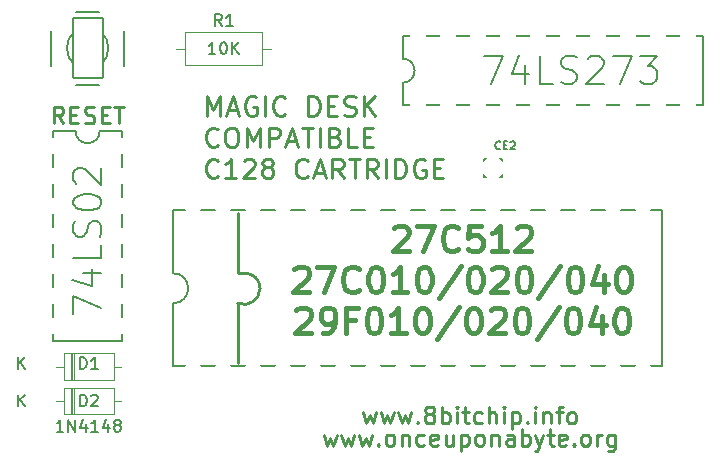
<source format=gto>
G04 #@! TF.GenerationSoftware,KiCad,Pcbnew,(6.0.5)*
G04 #@! TF.CreationDate,2022-12-14T22:57:53+01:00*
G04 #@! TF.ProjectId,MDCC_512k,4d444343-5f35-4313-926b-2e6b69636164,C*
G04 #@! TF.SameCoordinates,Original*
G04 #@! TF.FileFunction,Legend,Top*
G04 #@! TF.FilePolarity,Positive*
%FSLAX46Y46*%
G04 Gerber Fmt 4.6, Leading zero omitted, Abs format (unit mm)*
G04 Created by KiCad (PCBNEW (6.0.5)) date 2022-12-14 22:57:53*
%MOMM*%
%LPD*%
G01*
G04 APERTURE LIST*
G04 Aperture macros list*
%AMRoundRect*
0 Rectangle with rounded corners*
0 $1 Rounding radius*
0 $2 $3 $4 $5 $6 $7 $8 $9 X,Y pos of 4 corners*
0 Add a 4 corners polygon primitive as box body*
4,1,4,$2,$3,$4,$5,$6,$7,$8,$9,$2,$3,0*
0 Add four circle primitives for the rounded corners*
1,1,$1+$1,$2,$3*
1,1,$1+$1,$4,$5*
1,1,$1+$1,$6,$7*
1,1,$1+$1,$8,$9*
0 Add four rect primitives between the rounded corners*
20,1,$1+$1,$2,$3,$4,$5,0*
20,1,$1+$1,$4,$5,$6,$7,0*
20,1,$1+$1,$6,$7,$8,$9,0*
20,1,$1+$1,$8,$9,$2,$3,0*%
%AMFreePoly0*
4,1,17,0.435971,0.836021,0.836021,0.435971,0.850900,0.400050,0.850900,-0.400050,0.836021,-0.435971,0.435971,-0.836021,0.400050,-0.850900,-0.400050,-0.850900,-0.435971,-0.836021,-0.836021,-0.435971,-0.850900,-0.400050,-0.850900,0.400050,-0.836021,0.435971,-0.435971,0.836021,-0.400050,0.850900,0.400050,0.850900,0.435971,0.836021,0.435971,0.836021,$1*%
%AMFreePoly1*
4,1,17,0.416921,0.797921,0.797921,0.416921,0.812800,0.381000,0.812800,-0.381000,0.797921,-0.416921,0.416921,-0.797921,0.381000,-0.812800,-0.381000,-0.812800,-0.416921,-0.797921,-0.797921,-0.416921,-0.812800,-0.381000,-0.812800,0.381000,-0.797921,0.416921,-0.416921,0.797921,-0.381000,0.812800,0.381000,0.812800,0.416921,0.797921,0.416921,0.797921,$1*%
G04 Aperture macros list end*
%ADD10C,0.254000*%
%ADD11C,0.251460*%
%ADD12C,0.289560*%
%ADD13C,0.381000*%
%ADD14C,0.150000*%
%ADD15C,0.171450*%
%ADD16C,0.137160*%
%ADD17C,0.175260*%
%ADD18C,0.152400*%
%ADD19C,0.120000*%
%ADD20C,0.203200*%
%ADD21O,1.422400X2.743200*%
%ADD22C,5.000000*%
%ADD23RoundRect,0.431800X-0.381000X-2.794000X0.381000X-2.794000X0.381000X2.794000X-0.381000X2.794000X0*%
%ADD24R,1.600000X1.600000*%
%ADD25O,1.600000X1.600000*%
%ADD26RoundRect,0.050800X-1.270000X-2.540000X1.270000X-2.540000X1.270000X2.540000X-1.270000X2.540000X0*%
%ADD27O,2.743200X1.422400*%
%ADD28C,1.600000*%
%ADD29FreePoly0,0.000000*%
%ADD30FreePoly1,270.000000*%
G04 APERTURE END LIST*
D10*
X139611118Y-106643558D02*
G75*
G03*
X141516100Y-105373600I529182J1269958D01*
G01*
X141516100Y-105373600D02*
G75*
G03*
X140246100Y-104103600I-1270000J0D01*
G01*
X139611100Y-99023600D02*
X139611100Y-104103600D01*
X139611100Y-104103600D02*
X140246100Y-104103600D01*
X139611100Y-111723600D02*
X139611100Y-106643600D01*
D11*
X124841544Y-91413215D02*
X124366564Y-90734672D01*
X124027292Y-91413215D02*
X124027292Y-89988275D01*
X124570127Y-89988275D01*
X124705835Y-90056130D01*
X124773690Y-90123984D01*
X124841544Y-90259692D01*
X124841544Y-90463255D01*
X124773690Y-90598964D01*
X124705835Y-90666818D01*
X124570127Y-90734672D01*
X124027292Y-90734672D01*
X125452232Y-90666818D02*
X125927212Y-90666818D01*
X126130775Y-91413215D02*
X125452232Y-91413215D01*
X125452232Y-89988275D01*
X126130775Y-89988275D01*
X126673610Y-91345361D02*
X126877172Y-91413215D01*
X127216444Y-91413215D01*
X127352152Y-91345361D01*
X127420007Y-91277507D01*
X127487861Y-91141798D01*
X127487861Y-91006090D01*
X127420007Y-90870381D01*
X127352152Y-90802527D01*
X127216444Y-90734672D01*
X126945027Y-90666818D01*
X126809318Y-90598964D01*
X126741464Y-90531110D01*
X126673610Y-90395401D01*
X126673610Y-90259692D01*
X126741464Y-90123984D01*
X126809318Y-90056130D01*
X126945027Y-89988275D01*
X127284298Y-89988275D01*
X127487861Y-90056130D01*
X128098550Y-90666818D02*
X128573530Y-90666818D01*
X128777092Y-91413215D02*
X128098550Y-91413215D01*
X128098550Y-89988275D01*
X128777092Y-89988275D01*
X129184218Y-89988275D02*
X129998470Y-89988275D01*
X129591344Y-91413215D02*
X129591344Y-89988275D01*
D12*
X137014990Y-90774132D02*
X137014990Y-89133292D01*
X137561936Y-90305321D01*
X138108883Y-89133292D01*
X138108883Y-90774132D01*
X138812100Y-90305321D02*
X139593453Y-90305321D01*
X138655830Y-90774132D02*
X139202776Y-89133292D01*
X139749723Y-90774132D01*
X141156157Y-89211428D02*
X140999887Y-89133292D01*
X140765481Y-89133292D01*
X140531075Y-89211428D01*
X140374805Y-89367698D01*
X140296670Y-89523968D01*
X140218534Y-89836509D01*
X140218534Y-90070915D01*
X140296670Y-90383456D01*
X140374805Y-90539727D01*
X140531075Y-90695997D01*
X140765481Y-90774132D01*
X140921752Y-90774132D01*
X141156157Y-90695997D01*
X141234293Y-90617862D01*
X141234293Y-90070915D01*
X140921752Y-90070915D01*
X141937510Y-90774132D02*
X141937510Y-89133292D01*
X143656485Y-90617862D02*
X143578350Y-90695997D01*
X143343944Y-90774132D01*
X143187674Y-90774132D01*
X142953268Y-90695997D01*
X142796997Y-90539727D01*
X142718862Y-90383456D01*
X142640727Y-90070915D01*
X142640727Y-89836509D01*
X142718862Y-89523968D01*
X142796997Y-89367698D01*
X142953268Y-89211428D01*
X143187674Y-89133292D01*
X143343944Y-89133292D01*
X143578350Y-89211428D01*
X143656485Y-89289563D01*
X145609866Y-90774132D02*
X145609866Y-89133292D01*
X146000542Y-89133292D01*
X146234948Y-89211428D01*
X146391218Y-89367698D01*
X146469354Y-89523968D01*
X146547489Y-89836509D01*
X146547489Y-90070915D01*
X146469354Y-90383456D01*
X146391218Y-90539727D01*
X146234948Y-90695997D01*
X146000542Y-90774132D01*
X145609866Y-90774132D01*
X147250706Y-89914645D02*
X147797653Y-89914645D01*
X148032058Y-90774132D02*
X147250706Y-90774132D01*
X147250706Y-89133292D01*
X148032058Y-89133292D01*
X148657140Y-90695997D02*
X148891546Y-90774132D01*
X149282222Y-90774132D01*
X149438493Y-90695997D01*
X149516628Y-90617862D01*
X149594763Y-90461591D01*
X149594763Y-90305321D01*
X149516628Y-90149050D01*
X149438493Y-90070915D01*
X149282222Y-89992780D01*
X148969681Y-89914645D01*
X148813411Y-89836509D01*
X148735275Y-89758374D01*
X148657140Y-89602104D01*
X148657140Y-89445833D01*
X148735275Y-89289563D01*
X148813411Y-89211428D01*
X148969681Y-89133292D01*
X149360357Y-89133292D01*
X149594763Y-89211428D01*
X150297980Y-90774132D02*
X150297980Y-89133292D01*
X151235603Y-90774132D02*
X150532386Y-89836509D01*
X151235603Y-89133292D02*
X150297980Y-90070915D01*
X137952613Y-93259614D02*
X137874477Y-93337749D01*
X137640072Y-93415884D01*
X137483801Y-93415884D01*
X137249395Y-93337749D01*
X137093125Y-93181479D01*
X137014990Y-93025208D01*
X136936854Y-92712667D01*
X136936854Y-92478261D01*
X137014990Y-92165720D01*
X137093125Y-92009450D01*
X137249395Y-91853180D01*
X137483801Y-91775044D01*
X137640072Y-91775044D01*
X137874477Y-91853180D01*
X137952613Y-91931315D01*
X138968371Y-91775044D02*
X139280912Y-91775044D01*
X139437182Y-91853180D01*
X139593453Y-92009450D01*
X139671588Y-92321991D01*
X139671588Y-92868938D01*
X139593453Y-93181479D01*
X139437182Y-93337749D01*
X139280912Y-93415884D01*
X138968371Y-93415884D01*
X138812100Y-93337749D01*
X138655830Y-93181479D01*
X138577694Y-92868938D01*
X138577694Y-92321991D01*
X138655830Y-92009450D01*
X138812100Y-91853180D01*
X138968371Y-91775044D01*
X140374805Y-93415884D02*
X140374805Y-91775044D01*
X140921752Y-92947073D01*
X141468698Y-91775044D01*
X141468698Y-93415884D01*
X142250051Y-93415884D02*
X142250051Y-91775044D01*
X142875133Y-91775044D01*
X143031403Y-91853180D01*
X143109538Y-91931315D01*
X143187674Y-92087585D01*
X143187674Y-92321991D01*
X143109538Y-92478261D01*
X143031403Y-92556397D01*
X142875133Y-92634532D01*
X142250051Y-92634532D01*
X143812755Y-92947073D02*
X144594108Y-92947073D01*
X143656485Y-93415884D02*
X144203432Y-91775044D01*
X144750378Y-93415884D01*
X145062919Y-91775044D02*
X146000542Y-91775044D01*
X145531731Y-93415884D02*
X145531731Y-91775044D01*
X146547489Y-93415884D02*
X146547489Y-91775044D01*
X147875788Y-92556397D02*
X148110194Y-92634532D01*
X148188329Y-92712667D01*
X148266464Y-92868938D01*
X148266464Y-93103343D01*
X148188329Y-93259614D01*
X148110194Y-93337749D01*
X147953923Y-93415884D01*
X147328841Y-93415884D01*
X147328841Y-91775044D01*
X147875788Y-91775044D01*
X148032058Y-91853180D01*
X148110194Y-91931315D01*
X148188329Y-92087585D01*
X148188329Y-92243856D01*
X148110194Y-92400126D01*
X148032058Y-92478261D01*
X147875788Y-92556397D01*
X147328841Y-92556397D01*
X149751034Y-93415884D02*
X148969681Y-93415884D01*
X148969681Y-91775044D01*
X150297980Y-92556397D02*
X150844927Y-92556397D01*
X151079333Y-93415884D02*
X150297980Y-93415884D01*
X150297980Y-91775044D01*
X151079333Y-91775044D01*
X137952613Y-95901366D02*
X137874477Y-95979501D01*
X137640072Y-96057636D01*
X137483801Y-96057636D01*
X137249395Y-95979501D01*
X137093125Y-95823231D01*
X137014990Y-95666960D01*
X136936854Y-95354419D01*
X136936854Y-95120013D01*
X137014990Y-94807472D01*
X137093125Y-94651202D01*
X137249395Y-94494932D01*
X137483801Y-94416796D01*
X137640072Y-94416796D01*
X137874477Y-94494932D01*
X137952613Y-94573067D01*
X139515317Y-96057636D02*
X138577694Y-96057636D01*
X139046506Y-96057636D02*
X139046506Y-94416796D01*
X138890235Y-94651202D01*
X138733965Y-94807472D01*
X138577694Y-94885608D01*
X140140399Y-94573067D02*
X140218534Y-94494932D01*
X140374805Y-94416796D01*
X140765481Y-94416796D01*
X140921752Y-94494932D01*
X140999887Y-94573067D01*
X141078022Y-94729337D01*
X141078022Y-94885608D01*
X140999887Y-95120013D01*
X140062264Y-96057636D01*
X141078022Y-96057636D01*
X142015645Y-95120013D02*
X141859374Y-95041878D01*
X141781239Y-94963743D01*
X141703104Y-94807472D01*
X141703104Y-94729337D01*
X141781239Y-94573067D01*
X141859374Y-94494932D01*
X142015645Y-94416796D01*
X142328186Y-94416796D01*
X142484456Y-94494932D01*
X142562592Y-94573067D01*
X142640727Y-94729337D01*
X142640727Y-94807472D01*
X142562592Y-94963743D01*
X142484456Y-95041878D01*
X142328186Y-95120013D01*
X142015645Y-95120013D01*
X141859374Y-95198149D01*
X141781239Y-95276284D01*
X141703104Y-95432554D01*
X141703104Y-95745095D01*
X141781239Y-95901366D01*
X141859374Y-95979501D01*
X142015645Y-96057636D01*
X142328186Y-96057636D01*
X142484456Y-95979501D01*
X142562592Y-95901366D01*
X142640727Y-95745095D01*
X142640727Y-95432554D01*
X142562592Y-95276284D01*
X142484456Y-95198149D01*
X142328186Y-95120013D01*
X145531731Y-95901366D02*
X145453595Y-95979501D01*
X145219190Y-96057636D01*
X145062919Y-96057636D01*
X144828514Y-95979501D01*
X144672243Y-95823231D01*
X144594108Y-95666960D01*
X144515973Y-95354419D01*
X144515973Y-95120013D01*
X144594108Y-94807472D01*
X144672243Y-94651202D01*
X144828514Y-94494932D01*
X145062919Y-94416796D01*
X145219190Y-94416796D01*
X145453595Y-94494932D01*
X145531731Y-94573067D01*
X146156813Y-95588825D02*
X146938165Y-95588825D01*
X146000542Y-96057636D02*
X146547489Y-94416796D01*
X147094435Y-96057636D01*
X148579005Y-96057636D02*
X148032058Y-95276284D01*
X147641382Y-96057636D02*
X147641382Y-94416796D01*
X148266464Y-94416796D01*
X148422734Y-94494932D01*
X148500870Y-94573067D01*
X148579005Y-94729337D01*
X148579005Y-94963743D01*
X148500870Y-95120013D01*
X148422734Y-95198149D01*
X148266464Y-95276284D01*
X147641382Y-95276284D01*
X149047816Y-94416796D02*
X149985439Y-94416796D01*
X149516628Y-96057636D02*
X149516628Y-94416796D01*
X151470009Y-96057636D02*
X150923062Y-95276284D01*
X150532386Y-96057636D02*
X150532386Y-94416796D01*
X151157468Y-94416796D01*
X151313738Y-94494932D01*
X151391874Y-94573067D01*
X151470009Y-94729337D01*
X151470009Y-94963743D01*
X151391874Y-95120013D01*
X151313738Y-95198149D01*
X151157468Y-95276284D01*
X150532386Y-95276284D01*
X152173226Y-96057636D02*
X152173226Y-94416796D01*
X152954578Y-96057636D02*
X152954578Y-94416796D01*
X153345254Y-94416796D01*
X153579660Y-94494932D01*
X153735931Y-94651202D01*
X153814066Y-94807472D01*
X153892201Y-95120013D01*
X153892201Y-95354419D01*
X153814066Y-95666960D01*
X153735931Y-95823231D01*
X153579660Y-95979501D01*
X153345254Y-96057636D01*
X152954578Y-96057636D01*
X155454906Y-94494932D02*
X155298635Y-94416796D01*
X155064230Y-94416796D01*
X154829824Y-94494932D01*
X154673554Y-94651202D01*
X154595418Y-94807472D01*
X154517283Y-95120013D01*
X154517283Y-95354419D01*
X154595418Y-95666960D01*
X154673554Y-95823231D01*
X154829824Y-95979501D01*
X155064230Y-96057636D01*
X155220500Y-96057636D01*
X155454906Y-95979501D01*
X155533041Y-95901366D01*
X155533041Y-95354419D01*
X155220500Y-95354419D01*
X156236258Y-95198149D02*
X156783205Y-95198149D01*
X157017611Y-96057636D02*
X156236258Y-96057636D01*
X156236258Y-94416796D01*
X157017611Y-94416796D01*
D13*
X152852361Y-100285919D02*
X152955171Y-100183110D01*
X153160790Y-100080300D01*
X153674838Y-100080300D01*
X153880457Y-100183110D01*
X153983266Y-100285919D01*
X154086076Y-100491538D01*
X154086076Y-100697157D01*
X153983266Y-101005586D01*
X152749552Y-102239300D01*
X154086076Y-102239300D01*
X154805742Y-100080300D02*
X156245076Y-100080300D01*
X155319790Y-102239300D01*
X158301266Y-102033681D02*
X158198457Y-102136490D01*
X157890028Y-102239300D01*
X157684409Y-102239300D01*
X157375980Y-102136490D01*
X157170361Y-101930871D01*
X157067552Y-101725252D01*
X156964742Y-101314014D01*
X156964742Y-101005586D01*
X157067552Y-100594348D01*
X157170361Y-100388729D01*
X157375980Y-100183110D01*
X157684409Y-100080300D01*
X157890028Y-100080300D01*
X158198457Y-100183110D01*
X158301266Y-100285919D01*
X160254647Y-100080300D02*
X159226552Y-100080300D01*
X159123742Y-101108395D01*
X159226552Y-101005586D01*
X159432171Y-100902776D01*
X159946219Y-100902776D01*
X160151838Y-101005586D01*
X160254647Y-101108395D01*
X160357457Y-101314014D01*
X160357457Y-101828062D01*
X160254647Y-102033681D01*
X160151838Y-102136490D01*
X159946219Y-102239300D01*
X159432171Y-102239300D01*
X159226552Y-102136490D01*
X159123742Y-102033681D01*
X162413647Y-102239300D02*
X161179933Y-102239300D01*
X161796790Y-102239300D02*
X161796790Y-100080300D01*
X161591171Y-100388729D01*
X161385552Y-100594348D01*
X161179933Y-100697157D01*
X163236123Y-100285919D02*
X163338933Y-100183110D01*
X163544552Y-100080300D01*
X164058600Y-100080300D01*
X164264219Y-100183110D01*
X164367028Y-100285919D01*
X164469838Y-100491538D01*
X164469838Y-100697157D01*
X164367028Y-101005586D01*
X163133314Y-102239300D01*
X164469838Y-102239300D01*
X144421980Y-103761909D02*
X144524790Y-103659100D01*
X144730409Y-103556290D01*
X145244457Y-103556290D01*
X145450076Y-103659100D01*
X145552885Y-103761909D01*
X145655695Y-103967528D01*
X145655695Y-104173147D01*
X145552885Y-104481576D01*
X144319171Y-105715290D01*
X145655695Y-105715290D01*
X146375361Y-103556290D02*
X147814695Y-103556290D01*
X146889409Y-105715290D01*
X149870885Y-105509671D02*
X149768076Y-105612480D01*
X149459647Y-105715290D01*
X149254028Y-105715290D01*
X148945600Y-105612480D01*
X148739980Y-105406861D01*
X148637171Y-105201242D01*
X148534361Y-104790004D01*
X148534361Y-104481576D01*
X148637171Y-104070338D01*
X148739980Y-103864719D01*
X148945600Y-103659100D01*
X149254028Y-103556290D01*
X149459647Y-103556290D01*
X149768076Y-103659100D01*
X149870885Y-103761909D01*
X151207409Y-103556290D02*
X151413028Y-103556290D01*
X151618647Y-103659100D01*
X151721457Y-103761909D01*
X151824266Y-103967528D01*
X151927076Y-104378766D01*
X151927076Y-104892814D01*
X151824266Y-105304052D01*
X151721457Y-105509671D01*
X151618647Y-105612480D01*
X151413028Y-105715290D01*
X151207409Y-105715290D01*
X151001790Y-105612480D01*
X150898980Y-105509671D01*
X150796171Y-105304052D01*
X150693361Y-104892814D01*
X150693361Y-104378766D01*
X150796171Y-103967528D01*
X150898980Y-103761909D01*
X151001790Y-103659100D01*
X151207409Y-103556290D01*
X153983266Y-105715290D02*
X152749552Y-105715290D01*
X153366409Y-105715290D02*
X153366409Y-103556290D01*
X153160790Y-103864719D01*
X152955171Y-104070338D01*
X152749552Y-104173147D01*
X155319790Y-103556290D02*
X155525409Y-103556290D01*
X155731028Y-103659100D01*
X155833838Y-103761909D01*
X155936647Y-103967528D01*
X156039457Y-104378766D01*
X156039457Y-104892814D01*
X155936647Y-105304052D01*
X155833838Y-105509671D01*
X155731028Y-105612480D01*
X155525409Y-105715290D01*
X155319790Y-105715290D01*
X155114171Y-105612480D01*
X155011361Y-105509671D01*
X154908552Y-105304052D01*
X154805742Y-104892814D01*
X154805742Y-104378766D01*
X154908552Y-103967528D01*
X155011361Y-103761909D01*
X155114171Y-103659100D01*
X155319790Y-103556290D01*
X158506885Y-103453480D02*
X156656314Y-106229338D01*
X159637790Y-103556290D02*
X159843409Y-103556290D01*
X160049028Y-103659100D01*
X160151838Y-103761909D01*
X160254647Y-103967528D01*
X160357457Y-104378766D01*
X160357457Y-104892814D01*
X160254647Y-105304052D01*
X160151838Y-105509671D01*
X160049028Y-105612480D01*
X159843409Y-105715290D01*
X159637790Y-105715290D01*
X159432171Y-105612480D01*
X159329361Y-105509671D01*
X159226552Y-105304052D01*
X159123742Y-104892814D01*
X159123742Y-104378766D01*
X159226552Y-103967528D01*
X159329361Y-103761909D01*
X159432171Y-103659100D01*
X159637790Y-103556290D01*
X161179933Y-103761909D02*
X161282742Y-103659100D01*
X161488361Y-103556290D01*
X162002409Y-103556290D01*
X162208028Y-103659100D01*
X162310838Y-103761909D01*
X162413647Y-103967528D01*
X162413647Y-104173147D01*
X162310838Y-104481576D01*
X161077123Y-105715290D01*
X162413647Y-105715290D01*
X163750171Y-103556290D02*
X163955790Y-103556290D01*
X164161409Y-103659100D01*
X164264219Y-103761909D01*
X164367028Y-103967528D01*
X164469838Y-104378766D01*
X164469838Y-104892814D01*
X164367028Y-105304052D01*
X164264219Y-105509671D01*
X164161409Y-105612480D01*
X163955790Y-105715290D01*
X163750171Y-105715290D01*
X163544552Y-105612480D01*
X163441742Y-105509671D01*
X163338933Y-105304052D01*
X163236123Y-104892814D01*
X163236123Y-104378766D01*
X163338933Y-103967528D01*
X163441742Y-103761909D01*
X163544552Y-103659100D01*
X163750171Y-103556290D01*
X166937266Y-103453480D02*
X165086695Y-106229338D01*
X168068171Y-103556290D02*
X168273790Y-103556290D01*
X168479409Y-103659100D01*
X168582219Y-103761909D01*
X168685028Y-103967528D01*
X168787838Y-104378766D01*
X168787838Y-104892814D01*
X168685028Y-105304052D01*
X168582219Y-105509671D01*
X168479409Y-105612480D01*
X168273790Y-105715290D01*
X168068171Y-105715290D01*
X167862552Y-105612480D01*
X167759742Y-105509671D01*
X167656933Y-105304052D01*
X167554123Y-104892814D01*
X167554123Y-104378766D01*
X167656933Y-103967528D01*
X167759742Y-103761909D01*
X167862552Y-103659100D01*
X168068171Y-103556290D01*
X170638409Y-104275957D02*
X170638409Y-105715290D01*
X170124361Y-103453480D02*
X169610314Y-104995623D01*
X170946838Y-104995623D01*
X172180552Y-103556290D02*
X172386171Y-103556290D01*
X172591790Y-103659100D01*
X172694600Y-103761909D01*
X172797409Y-103967528D01*
X172900219Y-104378766D01*
X172900219Y-104892814D01*
X172797409Y-105304052D01*
X172694600Y-105509671D01*
X172591790Y-105612480D01*
X172386171Y-105715290D01*
X172180552Y-105715290D01*
X171974933Y-105612480D01*
X171872123Y-105509671D01*
X171769314Y-105304052D01*
X171666504Y-104892814D01*
X171666504Y-104378766D01*
X171769314Y-103967528D01*
X171872123Y-103761909D01*
X171974933Y-103659100D01*
X172180552Y-103556290D01*
X144576195Y-107237899D02*
X144679004Y-107135090D01*
X144884623Y-107032280D01*
X145398671Y-107032280D01*
X145604290Y-107135090D01*
X145707100Y-107237899D01*
X145809909Y-107443518D01*
X145809909Y-107649137D01*
X145707100Y-107957566D01*
X144473385Y-109191280D01*
X145809909Y-109191280D01*
X146838004Y-109191280D02*
X147249242Y-109191280D01*
X147454861Y-109088470D01*
X147557671Y-108985661D01*
X147763290Y-108677232D01*
X147866100Y-108265994D01*
X147866100Y-107443518D01*
X147763290Y-107237899D01*
X147660480Y-107135090D01*
X147454861Y-107032280D01*
X147043623Y-107032280D01*
X146838004Y-107135090D01*
X146735195Y-107237899D01*
X146632385Y-107443518D01*
X146632385Y-107957566D01*
X146735195Y-108163185D01*
X146838004Y-108265994D01*
X147043623Y-108368804D01*
X147454861Y-108368804D01*
X147660480Y-108265994D01*
X147763290Y-108163185D01*
X147866100Y-107957566D01*
X149511052Y-108060375D02*
X148791385Y-108060375D01*
X148791385Y-109191280D02*
X148791385Y-107032280D01*
X149819480Y-107032280D01*
X151053195Y-107032280D02*
X151258814Y-107032280D01*
X151464433Y-107135090D01*
X151567242Y-107237899D01*
X151670052Y-107443518D01*
X151772861Y-107854756D01*
X151772861Y-108368804D01*
X151670052Y-108780042D01*
X151567242Y-108985661D01*
X151464433Y-109088470D01*
X151258814Y-109191280D01*
X151053195Y-109191280D01*
X150847576Y-109088470D01*
X150744766Y-108985661D01*
X150641957Y-108780042D01*
X150539147Y-108368804D01*
X150539147Y-107854756D01*
X150641957Y-107443518D01*
X150744766Y-107237899D01*
X150847576Y-107135090D01*
X151053195Y-107032280D01*
X153829052Y-109191280D02*
X152595338Y-109191280D01*
X153212195Y-109191280D02*
X153212195Y-107032280D01*
X153006576Y-107340709D01*
X152800957Y-107546328D01*
X152595338Y-107649137D01*
X155165576Y-107032280D02*
X155371195Y-107032280D01*
X155576814Y-107135090D01*
X155679623Y-107237899D01*
X155782433Y-107443518D01*
X155885242Y-107854756D01*
X155885242Y-108368804D01*
X155782433Y-108780042D01*
X155679623Y-108985661D01*
X155576814Y-109088470D01*
X155371195Y-109191280D01*
X155165576Y-109191280D01*
X154959957Y-109088470D01*
X154857147Y-108985661D01*
X154754338Y-108780042D01*
X154651528Y-108368804D01*
X154651528Y-107854756D01*
X154754338Y-107443518D01*
X154857147Y-107237899D01*
X154959957Y-107135090D01*
X155165576Y-107032280D01*
X158352671Y-106929470D02*
X156502100Y-109705328D01*
X159483576Y-107032280D02*
X159689195Y-107032280D01*
X159894814Y-107135090D01*
X159997623Y-107237899D01*
X160100433Y-107443518D01*
X160203242Y-107854756D01*
X160203242Y-108368804D01*
X160100433Y-108780042D01*
X159997623Y-108985661D01*
X159894814Y-109088470D01*
X159689195Y-109191280D01*
X159483576Y-109191280D01*
X159277957Y-109088470D01*
X159175147Y-108985661D01*
X159072338Y-108780042D01*
X158969528Y-108368804D01*
X158969528Y-107854756D01*
X159072338Y-107443518D01*
X159175147Y-107237899D01*
X159277957Y-107135090D01*
X159483576Y-107032280D01*
X161025719Y-107237899D02*
X161128528Y-107135090D01*
X161334147Y-107032280D01*
X161848195Y-107032280D01*
X162053814Y-107135090D01*
X162156623Y-107237899D01*
X162259433Y-107443518D01*
X162259433Y-107649137D01*
X162156623Y-107957566D01*
X160922909Y-109191280D01*
X162259433Y-109191280D01*
X163595957Y-107032280D02*
X163801576Y-107032280D01*
X164007195Y-107135090D01*
X164110004Y-107237899D01*
X164212814Y-107443518D01*
X164315623Y-107854756D01*
X164315623Y-108368804D01*
X164212814Y-108780042D01*
X164110004Y-108985661D01*
X164007195Y-109088470D01*
X163801576Y-109191280D01*
X163595957Y-109191280D01*
X163390338Y-109088470D01*
X163287528Y-108985661D01*
X163184719Y-108780042D01*
X163081909Y-108368804D01*
X163081909Y-107854756D01*
X163184719Y-107443518D01*
X163287528Y-107237899D01*
X163390338Y-107135090D01*
X163595957Y-107032280D01*
X166783052Y-106929470D02*
X164932480Y-109705328D01*
X167913957Y-107032280D02*
X168119576Y-107032280D01*
X168325195Y-107135090D01*
X168428004Y-107237899D01*
X168530814Y-107443518D01*
X168633623Y-107854756D01*
X168633623Y-108368804D01*
X168530814Y-108780042D01*
X168428004Y-108985661D01*
X168325195Y-109088470D01*
X168119576Y-109191280D01*
X167913957Y-109191280D01*
X167708338Y-109088470D01*
X167605528Y-108985661D01*
X167502719Y-108780042D01*
X167399909Y-108368804D01*
X167399909Y-107854756D01*
X167502719Y-107443518D01*
X167605528Y-107237899D01*
X167708338Y-107135090D01*
X167913957Y-107032280D01*
X170484195Y-107751947D02*
X170484195Y-109191280D01*
X169970147Y-106929470D02*
X169456100Y-108471613D01*
X170792623Y-108471613D01*
X172026338Y-107032280D02*
X172231957Y-107032280D01*
X172437576Y-107135090D01*
X172540385Y-107237899D01*
X172643195Y-107443518D01*
X172746004Y-107854756D01*
X172746004Y-108368804D01*
X172643195Y-108780042D01*
X172540385Y-108985661D01*
X172437576Y-109088470D01*
X172231957Y-109191280D01*
X172026338Y-109191280D01*
X171820719Y-109088470D01*
X171717909Y-108985661D01*
X171615100Y-108780042D01*
X171512290Y-108368804D01*
X171512290Y-107854756D01*
X171615100Y-107443518D01*
X171717909Y-107237899D01*
X171820719Y-107135090D01*
X172026338Y-107032280D01*
D11*
X146912692Y-117768255D02*
X147184110Y-118718215D01*
X147455527Y-118039672D01*
X147726944Y-118718215D01*
X147998361Y-117768255D01*
X148405487Y-117768255D02*
X148676904Y-118718215D01*
X148948321Y-118039672D01*
X149219738Y-118718215D01*
X149491155Y-117768255D01*
X149898281Y-117768255D02*
X150169698Y-118718215D01*
X150441115Y-118039672D01*
X150712532Y-118718215D01*
X150983950Y-117768255D01*
X151526784Y-118582507D02*
X151594638Y-118650361D01*
X151526784Y-118718215D01*
X151458930Y-118650361D01*
X151526784Y-118582507D01*
X151526784Y-118718215D01*
X152408890Y-118718215D02*
X152273181Y-118650361D01*
X152205327Y-118582507D01*
X152137472Y-118446798D01*
X152137472Y-118039672D01*
X152205327Y-117903964D01*
X152273181Y-117836110D01*
X152408890Y-117768255D01*
X152612452Y-117768255D01*
X152748161Y-117836110D01*
X152816015Y-117903964D01*
X152883870Y-118039672D01*
X152883870Y-118446798D01*
X152816015Y-118582507D01*
X152748161Y-118650361D01*
X152612452Y-118718215D01*
X152408890Y-118718215D01*
X153494558Y-117768255D02*
X153494558Y-118718215D01*
X153494558Y-117903964D02*
X153562412Y-117836110D01*
X153698121Y-117768255D01*
X153901684Y-117768255D01*
X154037392Y-117836110D01*
X154105247Y-117971818D01*
X154105247Y-118718215D01*
X155394478Y-118650361D02*
X155258770Y-118718215D01*
X154987352Y-118718215D01*
X154851644Y-118650361D01*
X154783790Y-118582507D01*
X154715935Y-118446798D01*
X154715935Y-118039672D01*
X154783790Y-117903964D01*
X154851644Y-117836110D01*
X154987352Y-117768255D01*
X155258770Y-117768255D01*
X155394478Y-117836110D01*
X156548001Y-118650361D02*
X156412292Y-118718215D01*
X156140875Y-118718215D01*
X156005167Y-118650361D01*
X155937312Y-118514652D01*
X155937312Y-117971818D01*
X156005167Y-117836110D01*
X156140875Y-117768255D01*
X156412292Y-117768255D01*
X156548001Y-117836110D01*
X156615855Y-117971818D01*
X156615855Y-118107527D01*
X155937312Y-118243235D01*
X157837232Y-117768255D02*
X157837232Y-118718215D01*
X157226544Y-117768255D02*
X157226544Y-118514652D01*
X157294398Y-118650361D01*
X157430107Y-118718215D01*
X157633670Y-118718215D01*
X157769378Y-118650361D01*
X157837232Y-118582507D01*
X158515775Y-117768255D02*
X158515775Y-119193195D01*
X158515775Y-117836110D02*
X158651484Y-117768255D01*
X158922901Y-117768255D01*
X159058610Y-117836110D01*
X159126464Y-117903964D01*
X159194318Y-118039672D01*
X159194318Y-118446798D01*
X159126464Y-118582507D01*
X159058610Y-118650361D01*
X158922901Y-118718215D01*
X158651484Y-118718215D01*
X158515775Y-118650361D01*
X160008570Y-118718215D02*
X159872861Y-118650361D01*
X159805007Y-118582507D01*
X159737152Y-118446798D01*
X159737152Y-118039672D01*
X159805007Y-117903964D01*
X159872861Y-117836110D01*
X160008570Y-117768255D01*
X160212132Y-117768255D01*
X160347841Y-117836110D01*
X160415695Y-117903964D01*
X160483550Y-118039672D01*
X160483550Y-118446798D01*
X160415695Y-118582507D01*
X160347841Y-118650361D01*
X160212132Y-118718215D01*
X160008570Y-118718215D01*
X161094238Y-117768255D02*
X161094238Y-118718215D01*
X161094238Y-117903964D02*
X161162092Y-117836110D01*
X161297801Y-117768255D01*
X161501364Y-117768255D01*
X161637072Y-117836110D01*
X161704927Y-117971818D01*
X161704927Y-118718215D01*
X162994158Y-118718215D02*
X162994158Y-117971818D01*
X162926304Y-117836110D01*
X162790595Y-117768255D01*
X162519178Y-117768255D01*
X162383470Y-117836110D01*
X162994158Y-118650361D02*
X162858450Y-118718215D01*
X162519178Y-118718215D01*
X162383470Y-118650361D01*
X162315615Y-118514652D01*
X162315615Y-118378944D01*
X162383470Y-118243235D01*
X162519178Y-118175381D01*
X162858450Y-118175381D01*
X162994158Y-118107527D01*
X163672701Y-118718215D02*
X163672701Y-117293275D01*
X163672701Y-117836110D02*
X163808410Y-117768255D01*
X164079827Y-117768255D01*
X164215535Y-117836110D01*
X164283390Y-117903964D01*
X164351244Y-118039672D01*
X164351244Y-118446798D01*
X164283390Y-118582507D01*
X164215535Y-118650361D01*
X164079827Y-118718215D01*
X163808410Y-118718215D01*
X163672701Y-118650361D01*
X164826224Y-117768255D02*
X165165495Y-118718215D01*
X165504767Y-117768255D02*
X165165495Y-118718215D01*
X165029787Y-119057487D01*
X164961932Y-119125341D01*
X164826224Y-119193195D01*
X165844038Y-117768255D02*
X166386872Y-117768255D01*
X166047601Y-117293275D02*
X166047601Y-118514652D01*
X166115455Y-118650361D01*
X166251164Y-118718215D01*
X166386872Y-118718215D01*
X167404687Y-118650361D02*
X167268978Y-118718215D01*
X166997561Y-118718215D01*
X166861852Y-118650361D01*
X166793998Y-118514652D01*
X166793998Y-117971818D01*
X166861852Y-117836110D01*
X166997561Y-117768255D01*
X167268978Y-117768255D01*
X167404687Y-117836110D01*
X167472541Y-117971818D01*
X167472541Y-118107527D01*
X166793998Y-118243235D01*
X168083230Y-118582507D02*
X168151084Y-118650361D01*
X168083230Y-118718215D01*
X168015375Y-118650361D01*
X168083230Y-118582507D01*
X168083230Y-118718215D01*
X168965335Y-118718215D02*
X168829627Y-118650361D01*
X168761772Y-118582507D01*
X168693918Y-118446798D01*
X168693918Y-118039672D01*
X168761772Y-117903964D01*
X168829627Y-117836110D01*
X168965335Y-117768255D01*
X169168898Y-117768255D01*
X169304607Y-117836110D01*
X169372461Y-117903964D01*
X169440315Y-118039672D01*
X169440315Y-118446798D01*
X169372461Y-118582507D01*
X169304607Y-118650361D01*
X169168898Y-118718215D01*
X168965335Y-118718215D01*
X170051004Y-118718215D02*
X170051004Y-117768255D01*
X170051004Y-118039672D02*
X170118858Y-117903964D01*
X170186712Y-117836110D01*
X170322421Y-117768255D01*
X170458130Y-117768255D01*
X171543798Y-117768255D02*
X171543798Y-118921778D01*
X171475944Y-119057487D01*
X171408090Y-119125341D01*
X171272381Y-119193195D01*
X171068818Y-119193195D01*
X170933110Y-119125341D01*
X171543798Y-118650361D02*
X171408090Y-118718215D01*
X171136672Y-118718215D01*
X171000964Y-118650361D01*
X170933110Y-118582507D01*
X170865255Y-118446798D01*
X170865255Y-118039672D01*
X170933110Y-117903964D01*
X171000964Y-117836110D01*
X171136672Y-117768255D01*
X171408090Y-117768255D01*
X171543798Y-117836110D01*
X150237552Y-115863255D02*
X150508970Y-116813215D01*
X150780387Y-116134672D01*
X151051804Y-116813215D01*
X151323221Y-115863255D01*
X151730347Y-115863255D02*
X152001764Y-116813215D01*
X152273181Y-116134672D01*
X152544598Y-116813215D01*
X152816015Y-115863255D01*
X153223141Y-115863255D02*
X153494558Y-116813215D01*
X153765975Y-116134672D01*
X154037392Y-116813215D01*
X154308810Y-115863255D01*
X154851644Y-116677507D02*
X154919498Y-116745361D01*
X154851644Y-116813215D01*
X154783790Y-116745361D01*
X154851644Y-116677507D01*
X154851644Y-116813215D01*
X155733750Y-115998964D02*
X155598041Y-115931110D01*
X155530187Y-115863255D01*
X155462332Y-115727547D01*
X155462332Y-115659692D01*
X155530187Y-115523984D01*
X155598041Y-115456130D01*
X155733750Y-115388275D01*
X156005167Y-115388275D01*
X156140875Y-115456130D01*
X156208730Y-115523984D01*
X156276584Y-115659692D01*
X156276584Y-115727547D01*
X156208730Y-115863255D01*
X156140875Y-115931110D01*
X156005167Y-115998964D01*
X155733750Y-115998964D01*
X155598041Y-116066818D01*
X155530187Y-116134672D01*
X155462332Y-116270381D01*
X155462332Y-116541798D01*
X155530187Y-116677507D01*
X155598041Y-116745361D01*
X155733750Y-116813215D01*
X156005167Y-116813215D01*
X156140875Y-116745361D01*
X156208730Y-116677507D01*
X156276584Y-116541798D01*
X156276584Y-116270381D01*
X156208730Y-116134672D01*
X156140875Y-116066818D01*
X156005167Y-115998964D01*
X156887272Y-116813215D02*
X156887272Y-115388275D01*
X156887272Y-115931110D02*
X157022981Y-115863255D01*
X157294398Y-115863255D01*
X157430107Y-115931110D01*
X157497961Y-115998964D01*
X157565815Y-116134672D01*
X157565815Y-116541798D01*
X157497961Y-116677507D01*
X157430107Y-116745361D01*
X157294398Y-116813215D01*
X157022981Y-116813215D01*
X156887272Y-116745361D01*
X158176504Y-116813215D02*
X158176504Y-115863255D01*
X158176504Y-115388275D02*
X158108650Y-115456130D01*
X158176504Y-115523984D01*
X158244358Y-115456130D01*
X158176504Y-115388275D01*
X158176504Y-115523984D01*
X158651484Y-115863255D02*
X159194318Y-115863255D01*
X158855047Y-115388275D02*
X158855047Y-116609652D01*
X158922901Y-116745361D01*
X159058610Y-116813215D01*
X159194318Y-116813215D01*
X160279987Y-116745361D02*
X160144278Y-116813215D01*
X159872861Y-116813215D01*
X159737152Y-116745361D01*
X159669298Y-116677507D01*
X159601444Y-116541798D01*
X159601444Y-116134672D01*
X159669298Y-115998964D01*
X159737152Y-115931110D01*
X159872861Y-115863255D01*
X160144278Y-115863255D01*
X160279987Y-115931110D01*
X160890675Y-116813215D02*
X160890675Y-115388275D01*
X161501364Y-116813215D02*
X161501364Y-116066818D01*
X161433510Y-115931110D01*
X161297801Y-115863255D01*
X161094238Y-115863255D01*
X160958530Y-115931110D01*
X160890675Y-115998964D01*
X162179907Y-116813215D02*
X162179907Y-115863255D01*
X162179907Y-115388275D02*
X162112052Y-115456130D01*
X162179907Y-115523984D01*
X162247761Y-115456130D01*
X162179907Y-115388275D01*
X162179907Y-115523984D01*
X162858450Y-115863255D02*
X162858450Y-117288195D01*
X162858450Y-115931110D02*
X162994158Y-115863255D01*
X163265575Y-115863255D01*
X163401284Y-115931110D01*
X163469138Y-115998964D01*
X163536992Y-116134672D01*
X163536992Y-116541798D01*
X163469138Y-116677507D01*
X163401284Y-116745361D01*
X163265575Y-116813215D01*
X162994158Y-116813215D01*
X162858450Y-116745361D01*
X164147681Y-116677507D02*
X164215535Y-116745361D01*
X164147681Y-116813215D01*
X164079827Y-116745361D01*
X164147681Y-116677507D01*
X164147681Y-116813215D01*
X164826224Y-116813215D02*
X164826224Y-115863255D01*
X164826224Y-115388275D02*
X164758370Y-115456130D01*
X164826224Y-115523984D01*
X164894078Y-115456130D01*
X164826224Y-115388275D01*
X164826224Y-115523984D01*
X165504767Y-115863255D02*
X165504767Y-116813215D01*
X165504767Y-115998964D02*
X165572621Y-115931110D01*
X165708330Y-115863255D01*
X165911892Y-115863255D01*
X166047601Y-115931110D01*
X166115455Y-116066818D01*
X166115455Y-116813215D01*
X166590435Y-115863255D02*
X167133270Y-115863255D01*
X166793998Y-116813215D02*
X166793998Y-115591838D01*
X166861852Y-115456130D01*
X166997561Y-115388275D01*
X167133270Y-115388275D01*
X167811812Y-116813215D02*
X167676104Y-116745361D01*
X167608250Y-116677507D01*
X167540395Y-116541798D01*
X167540395Y-116134672D01*
X167608250Y-115998964D01*
X167676104Y-115931110D01*
X167811812Y-115863255D01*
X168015375Y-115863255D01*
X168151084Y-115931110D01*
X168218938Y-115998964D01*
X168286792Y-116134672D01*
X168286792Y-116541798D01*
X168218938Y-116677507D01*
X168151084Y-116745361D01*
X168015375Y-116813215D01*
X167811812Y-116813215D01*
D14*
X126261904Y-115387380D02*
X126261904Y-114387380D01*
X126500000Y-114387380D01*
X126642857Y-114435000D01*
X126738095Y-114530238D01*
X126785714Y-114625476D01*
X126833333Y-114815952D01*
X126833333Y-114958809D01*
X126785714Y-115149285D01*
X126738095Y-115244523D01*
X126642857Y-115339761D01*
X126500000Y-115387380D01*
X126261904Y-115387380D01*
X127214285Y-114482619D02*
X127261904Y-114435000D01*
X127357142Y-114387380D01*
X127595238Y-114387380D01*
X127690476Y-114435000D01*
X127738095Y-114482619D01*
X127785714Y-114577857D01*
X127785714Y-114673095D01*
X127738095Y-114815952D01*
X127166666Y-115387380D01*
X127785714Y-115387380D01*
X124857142Y-117507380D02*
X124285714Y-117507380D01*
X124571428Y-117507380D02*
X124571428Y-116507380D01*
X124476190Y-116650238D01*
X124380952Y-116745476D01*
X124285714Y-116793095D01*
X125285714Y-117507380D02*
X125285714Y-116507380D01*
X125857142Y-117507380D01*
X125857142Y-116507380D01*
X126761904Y-116840714D02*
X126761904Y-117507380D01*
X126523809Y-116459761D02*
X126285714Y-117174047D01*
X126904761Y-117174047D01*
X127809523Y-117507380D02*
X127238095Y-117507380D01*
X127523809Y-117507380D02*
X127523809Y-116507380D01*
X127428571Y-116650238D01*
X127333333Y-116745476D01*
X127238095Y-116793095D01*
X128666666Y-116840714D02*
X128666666Y-117507380D01*
X128428571Y-116459761D02*
X128190476Y-117174047D01*
X128809523Y-117174047D01*
X129333333Y-116935952D02*
X129238095Y-116888333D01*
X129190476Y-116840714D01*
X129142857Y-116745476D01*
X129142857Y-116697857D01*
X129190476Y-116602619D01*
X129238095Y-116555000D01*
X129333333Y-116507380D01*
X129523809Y-116507380D01*
X129619047Y-116555000D01*
X129666666Y-116602619D01*
X129714285Y-116697857D01*
X129714285Y-116745476D01*
X129666666Y-116840714D01*
X129619047Y-116888333D01*
X129523809Y-116935952D01*
X129333333Y-116935952D01*
X129238095Y-116983571D01*
X129190476Y-117031190D01*
X129142857Y-117126428D01*
X129142857Y-117316904D01*
X129190476Y-117412142D01*
X129238095Y-117459761D01*
X129333333Y-117507380D01*
X129523809Y-117507380D01*
X129619047Y-117459761D01*
X129666666Y-117412142D01*
X129714285Y-117316904D01*
X129714285Y-117126428D01*
X129666666Y-117031190D01*
X129619047Y-116983571D01*
X129523809Y-116935952D01*
X121023095Y-115387380D02*
X121023095Y-114387380D01*
X121594523Y-115387380D02*
X121165952Y-114815952D01*
X121594523Y-114387380D02*
X121023095Y-114958809D01*
X126261904Y-112212380D02*
X126261904Y-111212380D01*
X126500000Y-111212380D01*
X126642857Y-111260000D01*
X126738095Y-111355238D01*
X126785714Y-111450476D01*
X126833333Y-111640952D01*
X126833333Y-111783809D01*
X126785714Y-111974285D01*
X126738095Y-112069523D01*
X126642857Y-112164761D01*
X126500000Y-112212380D01*
X126261904Y-112212380D01*
X127785714Y-112212380D02*
X127214285Y-112212380D01*
X127500000Y-112212380D02*
X127500000Y-111212380D01*
X127404761Y-111355238D01*
X127309523Y-111450476D01*
X127214285Y-111498095D01*
X121023095Y-112212380D02*
X121023095Y-111212380D01*
X121594523Y-112212380D02*
X121165952Y-111640952D01*
X121594523Y-111212380D02*
X121023095Y-111783809D01*
D15*
X125702936Y-107584285D02*
X125702936Y-106005252D01*
X128071486Y-107020344D01*
X126492453Y-104087854D02*
X128071486Y-104087854D01*
X125590148Y-104651794D02*
X127281970Y-105215735D01*
X127281970Y-103749490D01*
X128071486Y-101719304D02*
X128071486Y-102847185D01*
X125702936Y-102847185D01*
X127958698Y-101042575D02*
X128071486Y-100704211D01*
X128071486Y-100140271D01*
X127958698Y-99914694D01*
X127845910Y-99801906D01*
X127620334Y-99689118D01*
X127394758Y-99689118D01*
X127169182Y-99801906D01*
X127056394Y-99914694D01*
X126943605Y-100140271D01*
X126830817Y-100591423D01*
X126718029Y-100816999D01*
X126605241Y-100929787D01*
X126379665Y-101042575D01*
X126154089Y-101042575D01*
X125928513Y-100929787D01*
X125815725Y-100816999D01*
X125702936Y-100591423D01*
X125702936Y-100027482D01*
X125815725Y-99689118D01*
X125702936Y-98222873D02*
X125702936Y-97997297D01*
X125815725Y-97771721D01*
X125928513Y-97658932D01*
X126154089Y-97546144D01*
X126605241Y-97433356D01*
X127169182Y-97433356D01*
X127620334Y-97546144D01*
X127845910Y-97658932D01*
X127958698Y-97771721D01*
X128071486Y-97997297D01*
X128071486Y-98222873D01*
X127958698Y-98448449D01*
X127845910Y-98561237D01*
X127620334Y-98674025D01*
X127169182Y-98786813D01*
X126605241Y-98786813D01*
X126154089Y-98674025D01*
X125928513Y-98561237D01*
X125815725Y-98448449D01*
X125702936Y-98222873D01*
X125928513Y-96531052D02*
X125815725Y-96418263D01*
X125702936Y-96192687D01*
X125702936Y-95628747D01*
X125815725Y-95403171D01*
X125928513Y-95290382D01*
X126154089Y-95177594D01*
X126379665Y-95177594D01*
X126718029Y-95290382D01*
X128071486Y-96643840D01*
X128071486Y-95177594D01*
D14*
X138263333Y-83172380D02*
X137930000Y-82696190D01*
X137691904Y-83172380D02*
X137691904Y-82172380D01*
X138072857Y-82172380D01*
X138168095Y-82220000D01*
X138215714Y-82267619D01*
X138263333Y-82362857D01*
X138263333Y-82505714D01*
X138215714Y-82600952D01*
X138168095Y-82648571D01*
X138072857Y-82696190D01*
X137691904Y-82696190D01*
X139215714Y-83172380D02*
X138644285Y-83172380D01*
X138930000Y-83172380D02*
X138930000Y-82172380D01*
X138834761Y-82315238D01*
X138739523Y-82410476D01*
X138644285Y-82458095D01*
X137739523Y-85542380D02*
X137168095Y-85542380D01*
X137453809Y-85542380D02*
X137453809Y-84542380D01*
X137358571Y-84685238D01*
X137263333Y-84780476D01*
X137168095Y-84828095D01*
X138358571Y-84542380D02*
X138453809Y-84542380D01*
X138549047Y-84590000D01*
X138596666Y-84637619D01*
X138644285Y-84732857D01*
X138691904Y-84923333D01*
X138691904Y-85161428D01*
X138644285Y-85351904D01*
X138596666Y-85447142D01*
X138549047Y-85494761D01*
X138453809Y-85542380D01*
X138358571Y-85542380D01*
X138263333Y-85494761D01*
X138215714Y-85447142D01*
X138168095Y-85351904D01*
X138120476Y-85161428D01*
X138120476Y-84923333D01*
X138168095Y-84732857D01*
X138215714Y-84637619D01*
X138263333Y-84590000D01*
X138358571Y-84542380D01*
X139120476Y-85542380D02*
X139120476Y-84542380D01*
X139691904Y-85542380D02*
X139263333Y-84970952D01*
X139691904Y-84542380D02*
X139120476Y-85113809D01*
D16*
X161837200Y-93549900D02*
X161805027Y-93582073D01*
X161708507Y-93614246D01*
X161644160Y-93614246D01*
X161547640Y-93582073D01*
X161483294Y-93517726D01*
X161451120Y-93453380D01*
X161418947Y-93324686D01*
X161418947Y-93228166D01*
X161451120Y-93099473D01*
X161483294Y-93035126D01*
X161547640Y-92970780D01*
X161644160Y-92938606D01*
X161708507Y-92938606D01*
X161805027Y-92970780D01*
X161837200Y-93002953D01*
X162126760Y-93260340D02*
X162351974Y-93260340D01*
X162448494Y-93614246D02*
X162126760Y-93614246D01*
X162126760Y-92938606D01*
X162448494Y-92938606D01*
X162705880Y-93002953D02*
X162738054Y-92970780D01*
X162802400Y-92938606D01*
X162963267Y-92938606D01*
X163027614Y-92970780D01*
X163059787Y-93002953D01*
X163091960Y-93067300D01*
X163091960Y-93131646D01*
X163059787Y-93228166D01*
X162673707Y-93614246D01*
X163091960Y-93614246D01*
D17*
X160471739Y-85700023D02*
X162048232Y-85700023D01*
X161034772Y-88064763D01*
X163962545Y-86488270D02*
X163962545Y-88064763D01*
X163399512Y-85587416D02*
X162836479Y-87276516D01*
X164300365Y-87276516D01*
X166327285Y-88064763D02*
X165201219Y-88064763D01*
X165201219Y-85700023D01*
X167002925Y-87952156D02*
X167340745Y-88064763D01*
X167903779Y-88064763D01*
X168128992Y-87952156D01*
X168241599Y-87839550D01*
X168354205Y-87614336D01*
X168354205Y-87389123D01*
X168241599Y-87163910D01*
X168128992Y-87051303D01*
X167903779Y-86938696D01*
X167453352Y-86826090D01*
X167228139Y-86713483D01*
X167115532Y-86600876D01*
X167002925Y-86375663D01*
X167002925Y-86150450D01*
X167115532Y-85925236D01*
X167228139Y-85812630D01*
X167453352Y-85700023D01*
X168016385Y-85700023D01*
X168354205Y-85812630D01*
X169255059Y-85925236D02*
X169367665Y-85812630D01*
X169592879Y-85700023D01*
X170155912Y-85700023D01*
X170381125Y-85812630D01*
X170493732Y-85925236D01*
X170606339Y-86150450D01*
X170606339Y-86375663D01*
X170493732Y-86713483D01*
X169142452Y-88064763D01*
X170606339Y-88064763D01*
X171394585Y-85700023D02*
X172971079Y-85700023D01*
X171957619Y-88064763D01*
X173646719Y-85700023D02*
X175110605Y-85700023D01*
X174322359Y-86600876D01*
X174660179Y-86600876D01*
X174885392Y-86713483D01*
X174997999Y-86826090D01*
X175110605Y-87051303D01*
X175110605Y-87614336D01*
X174997999Y-87839550D01*
X174885392Y-87952156D01*
X174660179Y-88064763D01*
X173984539Y-88064763D01*
X173759325Y-87952156D01*
X173646719Y-87839550D01*
D18*
X134150100Y-111977600D02*
X175552100Y-111977600D01*
X134150100Y-106643600D02*
X134150100Y-111977600D01*
X134150100Y-98769600D02*
X134150100Y-104103600D01*
X134150100Y-98769600D02*
X175552100Y-98769600D01*
X175552100Y-111977600D02*
X175552100Y-98769600D01*
X134150100Y-106643600D02*
G75*
G03*
X134150100Y-104103600I0J1270000D01*
G01*
D19*
X125600000Y-113815000D02*
X125600000Y-116055000D01*
X129120000Y-116055000D02*
X129120000Y-113815000D01*
X125720000Y-113815000D02*
X125720000Y-116055000D01*
X129120000Y-113815000D02*
X124880000Y-113815000D01*
X124880000Y-113815000D02*
X124880000Y-116055000D01*
X124880000Y-116055000D02*
X129120000Y-116055000D01*
X125480000Y-113815000D02*
X125480000Y-116055000D01*
X129770000Y-114935000D02*
X129120000Y-114935000D01*
X124230000Y-114935000D02*
X124880000Y-114935000D01*
X129120000Y-113140000D02*
X129120000Y-110900000D01*
X125720000Y-110900000D02*
X125720000Y-113140000D01*
X129770000Y-112020000D02*
X129120000Y-112020000D01*
X124880000Y-110900000D02*
X124880000Y-113140000D01*
X125600000Y-110900000D02*
X125600000Y-113140000D01*
X124880000Y-113140000D02*
X129120000Y-113140000D01*
X129120000Y-110900000D02*
X124880000Y-110900000D01*
X125480000Y-110900000D02*
X125480000Y-113140000D01*
X124230000Y-112020000D02*
X124880000Y-112020000D01*
D18*
X123990100Y-92075000D02*
X123990100Y-109855000D01*
X123990100Y-92075000D02*
X125895100Y-92075000D01*
X129832100Y-109855000D02*
X123990100Y-109855000D01*
X129832100Y-109855000D02*
X129832100Y-92075000D01*
X129832100Y-92075000D02*
X127927100Y-92075000D01*
X125895100Y-92075000D02*
G75*
G03*
X127927100Y-92075000I1016000J0D01*
G01*
D19*
X142470000Y-85090000D02*
X141700000Y-85090000D01*
X135160000Y-86460000D02*
X141700000Y-86460000D01*
X134390000Y-85090000D02*
X135160000Y-85090000D01*
X141700000Y-86460000D02*
X141700000Y-83720000D01*
X141700000Y-83720000D02*
X135160000Y-83720000D01*
X135160000Y-83720000D02*
X135160000Y-86460000D01*
D18*
X161963100Y-95975600D02*
X161963100Y-95721600D01*
X160693100Y-94451600D02*
X160439100Y-94451600D01*
X161963100Y-94705600D02*
X161963100Y-94451600D01*
X160439100Y-95975600D02*
X160693100Y-95975600D01*
X161709100Y-95975600D02*
X161963100Y-95975600D01*
X161963100Y-94451600D02*
X161709100Y-94451600D01*
X160439100Y-94451600D02*
X160439100Y-94705600D01*
X160439100Y-95721600D02*
X160439100Y-95975600D01*
X153581100Y-89879600D02*
X178981100Y-89879600D01*
X178981100Y-84037600D02*
X178981100Y-89879600D01*
X178981100Y-84037600D02*
X153581100Y-84037600D01*
X153581100Y-89879600D02*
X153581100Y-87974600D01*
X153581100Y-84037600D02*
X153581100Y-85942600D01*
X153581100Y-87974600D02*
G75*
G03*
X153581100Y-85942600I0J1016000D01*
G01*
D20*
X130011100Y-86553600D02*
X130011100Y-83553600D01*
X125911100Y-88153600D02*
X127911100Y-88153600D01*
X125911100Y-81953600D02*
X127911100Y-81953600D01*
X123811100Y-86553600D02*
X123811100Y-83553600D01*
X128661100Y-85053600D02*
G75*
G03*
X128661100Y-85053600I-1750000J0D01*
G01*
%LPC*%
D21*
X135801100Y-112993600D03*
X138341100Y-112993600D03*
X140881100Y-112993600D03*
X143421100Y-112993600D03*
X145961100Y-112993600D03*
X148501100Y-112993600D03*
X151041100Y-112993600D03*
X153581100Y-112993600D03*
X156121100Y-112993600D03*
X158661100Y-112993600D03*
X161201100Y-112993600D03*
X163741100Y-112993600D03*
X166281100Y-112993600D03*
X168821100Y-112993600D03*
X171361100Y-112993600D03*
X173901100Y-112993600D03*
X173901100Y-97753600D03*
X171361100Y-97753600D03*
X168821100Y-97753600D03*
X166281100Y-97753600D03*
X163741100Y-97753600D03*
X161201100Y-97753600D03*
X158661100Y-97753600D03*
X156121100Y-97753600D03*
X153581100Y-97753600D03*
X151041100Y-97753600D03*
X148501100Y-97753600D03*
X145961100Y-97753600D03*
X143421100Y-97753600D03*
X140881100Y-97753600D03*
X138341100Y-97753600D03*
X135801100Y-97753600D03*
D22*
X148501100Y-86003600D03*
D23*
X121841100Y-125828600D03*
X124381100Y-125828600D03*
X126921100Y-125828600D03*
X129461100Y-125828600D03*
X132001100Y-125828600D03*
X134541100Y-125828600D03*
X137081100Y-125828600D03*
X139621100Y-125828600D03*
X142161100Y-125828600D03*
X144701100Y-125828600D03*
X147241100Y-125828600D03*
X149781100Y-125828600D03*
X152321100Y-125828600D03*
X154861100Y-125828600D03*
X157401100Y-125828600D03*
X159941100Y-125828600D03*
X162481100Y-125828600D03*
X165021100Y-125828600D03*
X167561100Y-125828600D03*
X170101100Y-125828600D03*
X172641100Y-125828600D03*
X175181100Y-125828600D03*
D24*
X123190000Y-114935000D03*
D25*
X130810000Y-114935000D03*
D24*
X123190000Y-112020000D03*
D25*
X130810000Y-112020000D03*
D26*
X126911100Y-85053600D03*
D27*
X123101100Y-93345000D03*
X123101100Y-95885000D03*
X123101100Y-98425000D03*
X123101100Y-100965000D03*
X123101100Y-103505000D03*
X123101100Y-106045000D03*
X123101100Y-108585000D03*
X130721100Y-108585000D03*
X130721100Y-106045000D03*
X130721100Y-103505000D03*
X130721100Y-100965000D03*
X130721100Y-98425000D03*
X130721100Y-95885000D03*
X130721100Y-93345000D03*
D28*
X133350000Y-85090000D03*
D25*
X143510000Y-85090000D03*
D29*
X161201100Y-95213600D03*
D21*
X154851100Y-90768600D03*
X157391100Y-90768600D03*
X159931100Y-90768600D03*
X162471100Y-90768600D03*
X165011100Y-90768600D03*
X167551100Y-90768600D03*
X170091100Y-90768600D03*
X172631100Y-90768600D03*
X175171100Y-90768600D03*
X177711100Y-90768600D03*
X177711100Y-83148600D03*
X175171100Y-83148600D03*
X172631100Y-83148600D03*
X170091100Y-83148600D03*
X167551100Y-83148600D03*
X165011100Y-83148600D03*
X162471100Y-83148600D03*
X159931100Y-83148600D03*
X157391100Y-83148600D03*
X154851100Y-83148600D03*
D30*
X129161100Y-81803600D03*
X129161100Y-88303600D03*
X124661100Y-81803600D03*
X124661100Y-88303600D03*
M02*

</source>
